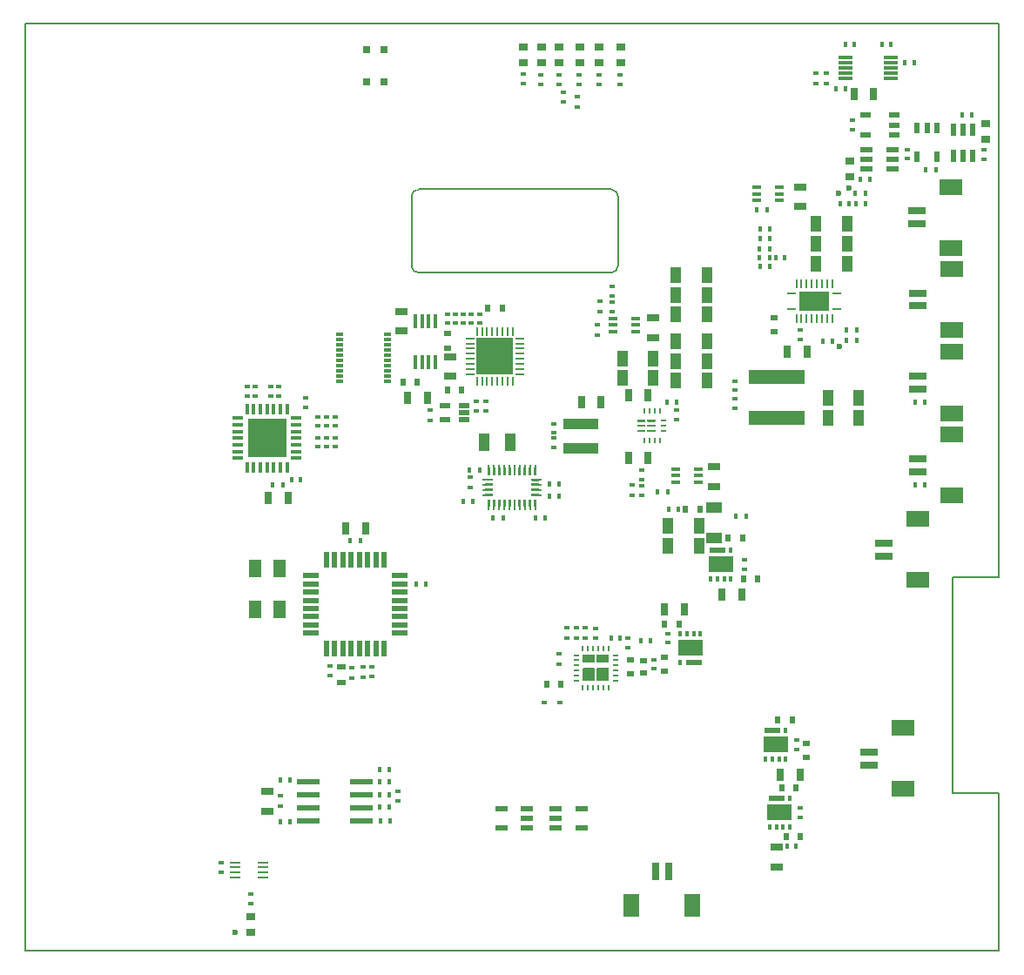
<source format=gtp>
G04*
G04 #@! TF.GenerationSoftware,Altium Limited,Altium Designer,18.1.9 (240)*
G04*
G04 Layer_Color=8421504*
%FSLAX44Y44*%
%MOMM*%
G71*
G01*
G75*
%ADD16C,0.1520*%
%ADD21R,1.0000X1.6000*%
%ADD22R,0.8000X1.3000*%
%ADD23R,1.1112X0.2540*%
%ADD24R,1.6000X1.0000*%
%ADD25R,0.4500X0.6000*%
%ADD26R,0.4000X0.6000*%
%ADD27R,0.6000X0.8000*%
%ADD28R,1.3000X0.8000*%
%ADD29R,0.3000X0.6000*%
%ADD30R,1.6000X0.6000*%
%ADD31R,2.4000X1.6000*%
%ADD32R,0.6000X0.4000*%
%ADD33R,0.7000X1.8000*%
%ADD34R,1.6000X2.2000*%
%ADD35R,0.2600X0.9000*%
%ADD36R,0.9000X0.2600*%
%ADD37R,2.9500X1.9500*%
%ADD38C,0.6000*%
%ADD39R,0.8000X0.5500*%
%ADD40R,0.8000X0.6000*%
%ADD41R,0.6000X0.4500*%
%ADD42R,1.1000X0.6000*%
%ADD43R,0.5032X0.3556*%
%ADD44R,0.7500X0.7000*%
%ADD45R,1.0400X0.3300*%
%ADD46R,0.3300X1.0400*%
%ADD47R,3.7000X3.7000*%
%ADD48R,0.9000X0.5000*%
%ADD49R,2.2000X0.6000*%
%ADD50R,5.5000X1.4300*%
%ADD51R,0.7000X1.3000*%
%ADD52R,0.9000X0.7000*%
%ADD53R,1.2700X0.5588*%
%ADD54R,1.4500X0.3000*%
%ADD55R,0.6000X1.1000*%
%ADD56R,0.5588X1.2700*%
%ADD57R,1.3000X0.7000*%
%ADD58R,0.8400X0.2600*%
%ADD59R,0.2600X0.8400*%
%ADD60R,3.6000X3.6000*%
%ADD61R,0.4500X1.3500*%
%ADD62R,1.0000X0.4700*%
%ADD63R,1.0000X0.2500*%
%ADD64R,0.2500X1.0000*%
%ADD65R,3.4000X0.9800*%
%ADD66R,0.7000X0.3000*%
%ADD67R,1.8000X0.7000*%
%ADD68R,2.2000X1.6000*%
%ADD69R,1.2200X0.6000*%
%ADD70R,1.2000X1.8000*%
%ADD71R,1.5000X0.5500*%
%ADD72R,0.5500X1.5000*%
%ADD73R,1.0000X1.8000*%
%ADD74R,0.8500X0.3500*%
%ADD75R,0.2400X0.6000*%
%ADD76R,0.6000X0.2400*%
%ADD77R,0.2400X0.5750*%
%ADD78R,0.5750X0.2400*%
G36*
X777336Y625546D02*
X759693D01*
Y637438D01*
X777336D01*
Y625546D01*
D02*
G37*
G36*
X472445Y580712D02*
X459020D01*
Y594108D01*
X472445D01*
Y580712D01*
D02*
G37*
G36*
X454419Y580710D02*
X441020D01*
Y594108D01*
X454419D01*
Y580710D01*
D02*
G37*
G36*
X454417Y562687D02*
X441020D01*
Y576108D01*
X454417D01*
Y562687D01*
D02*
G37*
G36*
X472450Y562678D02*
X459020D01*
Y576108D01*
X472450D01*
Y562678D01*
D02*
G37*
G36*
X612453Y516876D02*
X612546Y516848D01*
X612631Y516802D01*
X612706Y516740D01*
X612768Y516665D01*
X612813Y516580D01*
X612842Y516487D01*
X612851Y516390D01*
Y515180D01*
X612842Y515084D01*
X612813Y514991D01*
X612768Y514905D01*
X612706Y514830D01*
X612631Y514769D01*
X612546Y514723D01*
X612453Y514695D01*
X612356Y514685D01*
X605396D01*
X605300Y514695D01*
X605207Y514723D01*
X605121Y514769D01*
X605046Y514830D01*
X604985Y514905D01*
X604939Y514991D01*
X604911Y515084D01*
X604901Y515180D01*
Y516390D01*
X604911Y516487D01*
X604939Y516580D01*
X604985Y516665D01*
X605046Y516740D01*
X605121Y516802D01*
X605207Y516848D01*
X605300Y516876D01*
X605396Y516885D01*
X612356D01*
X612453Y516876D01*
D02*
G37*
G36*
X602503D02*
X602596Y516848D01*
X602681Y516802D01*
X602756Y516740D01*
X602818Y516665D01*
X602864Y516580D01*
X602892Y516487D01*
X602901Y516390D01*
Y515180D01*
X602892Y515084D01*
X602864Y514991D01*
X602818Y514905D01*
X602756Y514830D01*
X602681Y514769D01*
X602596Y514723D01*
X602503Y514695D01*
X602406Y514685D01*
X595446D01*
X595350Y514695D01*
X595257Y514723D01*
X595171Y514769D01*
X595096Y514830D01*
X595035Y514905D01*
X594989Y514991D01*
X594961Y515084D01*
X594951Y515180D01*
Y516390D01*
X594961Y516487D01*
X594989Y516580D01*
X595035Y516665D01*
X595096Y516740D01*
X595171Y516802D01*
X595257Y516848D01*
X595350Y516876D01*
X595446Y516885D01*
X602406D01*
X602503Y516876D01*
D02*
G37*
G36*
X612445Y512076D02*
X612540Y512047D01*
X612627Y512000D01*
X612704Y511938D01*
X612766Y511861D01*
X612813Y511774D01*
X612841Y511680D01*
X612851Y511581D01*
Y510189D01*
X612841Y510091D01*
X612813Y509996D01*
X612766Y509909D01*
X612704Y509833D01*
X612627Y509770D01*
X612540Y509724D01*
X612445Y509695D01*
X612347Y509685D01*
X605405D01*
X605307Y509695D01*
X605212Y509724D01*
X605125Y509770D01*
X605049Y509833D01*
X604986Y509909D01*
X604939Y509996D01*
X604911Y510091D01*
X604901Y510189D01*
Y511581D01*
X604911Y511680D01*
X604939Y511774D01*
X604986Y511861D01*
X605049Y511938D01*
X605125Y512000D01*
X605212Y512047D01*
X605307Y512076D01*
X605405Y512085D01*
X612347D01*
X612445Y512076D01*
D02*
G37*
G36*
X602495D02*
X602590Y512047D01*
X602677Y512000D01*
X602753Y511938D01*
X602816Y511861D01*
X602863Y511774D01*
X602892Y511680D01*
X602901Y511581D01*
Y510189D01*
X602892Y510091D01*
X602863Y509996D01*
X602816Y509909D01*
X602753Y509833D01*
X602677Y509770D01*
X602590Y509724D01*
X602495Y509695D01*
X602397Y509685D01*
X595455D01*
X595357Y509695D01*
X595262Y509724D01*
X595175Y509770D01*
X595099Y509833D01*
X595036Y509909D01*
X594990Y509996D01*
X594961Y510091D01*
X594951Y510189D01*
Y511581D01*
X594961Y511680D01*
X594990Y511774D01*
X595036Y511861D01*
X595099Y511938D01*
X595175Y512000D01*
X595262Y512047D01*
X595357Y512076D01*
X595455Y512085D01*
X602397D01*
X602495Y512076D01*
D02*
G37*
G36*
X612453Y507076D02*
X612546Y507048D01*
X612631Y507002D01*
X612706Y506940D01*
X612768Y506865D01*
X612813Y506780D01*
X612842Y506687D01*
X612851Y506590D01*
Y505380D01*
X612842Y505284D01*
X612813Y505191D01*
X612768Y505105D01*
X612706Y505030D01*
X612631Y504969D01*
X612546Y504923D01*
X612453Y504895D01*
X612356Y504885D01*
X605396D01*
X605300Y504895D01*
X605207Y504923D01*
X605121Y504969D01*
X605046Y505030D01*
X604985Y505105D01*
X604939Y505191D01*
X604911Y505284D01*
X604901Y505380D01*
Y506590D01*
X604911Y506687D01*
X604939Y506780D01*
X604985Y506865D01*
X605046Y506940D01*
X605121Y507002D01*
X605207Y507048D01*
X605300Y507076D01*
X605396Y507085D01*
X612356D01*
X612453Y507076D01*
D02*
G37*
G36*
X602503D02*
X602596Y507048D01*
X602681Y507002D01*
X602756Y506940D01*
X602818Y506865D01*
X602864Y506780D01*
X602892Y506687D01*
X602901Y506590D01*
Y505380D01*
X602892Y505284D01*
X602864Y505191D01*
X602818Y505105D01*
X602756Y505030D01*
X602681Y504969D01*
X602596Y504923D01*
X602503Y504895D01*
X602406Y504885D01*
X595446D01*
X595350Y504895D01*
X595257Y504923D01*
X595171Y504969D01*
X595096Y505030D01*
X595035Y505105D01*
X594989Y505191D01*
X594961Y505284D01*
X594951Y505380D01*
Y506590D01*
X594961Y506687D01*
X594989Y506780D01*
X595035Y506865D01*
X595096Y506940D01*
X595171Y507002D01*
X595257Y507048D01*
X595350Y507076D01*
X595446Y507085D01*
X602406D01*
X602503Y507076D01*
D02*
G37*
G36*
X251259Y482555D02*
X223400D01*
Y510414D01*
X251259D01*
Y482555D01*
D02*
G37*
G36*
X457127Y462920D02*
X454654D01*
Y469900D01*
X457127D01*
Y462920D01*
D02*
G37*
G36*
X497193Y462920D02*
X494654D01*
Y469900D01*
X497193D01*
Y462920D01*
D02*
G37*
G36*
X467146Y462916D02*
X464654D01*
Y469900D01*
X467146D01*
Y462916D01*
D02*
G37*
G36*
X472153Y462907D02*
X469654D01*
Y469900D01*
X472153D01*
Y462907D01*
D02*
G37*
G36*
X477156Y462905D02*
X474654D01*
Y469900D01*
X477156D01*
Y462905D01*
D02*
G37*
G36*
X492162Y462905D02*
X489654D01*
Y469900D01*
X492162D01*
Y462905D01*
D02*
G37*
G36*
X487159Y462904D02*
X484654D01*
Y469900D01*
X487159D01*
Y462904D01*
D02*
G37*
G36*
X462150Y462904D02*
X459654D01*
Y469900D01*
X462150D01*
Y462904D01*
D02*
G37*
G36*
X482156Y462903D02*
X479654D01*
Y469900D01*
X482156D01*
Y462903D01*
D02*
G37*
G36*
X452149Y462903D02*
X449654D01*
Y469900D01*
X452149D01*
Y462903D01*
D02*
G37*
G36*
X454381Y457173D02*
X447388D01*
Y459635D01*
X454381D01*
Y457173D01*
D02*
G37*
G36*
X499421Y457133D02*
X492428D01*
Y459674D01*
X499421D01*
Y457133D01*
D02*
G37*
G36*
X454399Y452155D02*
X447399D01*
Y454645D01*
X454399D01*
Y452155D01*
D02*
G37*
G36*
X499406Y452148D02*
X492405D01*
Y454651D01*
X499406D01*
Y452148D01*
D02*
G37*
G36*
X454400Y447154D02*
X447397D01*
Y449643D01*
X454400D01*
Y447154D01*
D02*
G37*
G36*
X499422Y447132D02*
X492415D01*
Y449661D01*
X499422D01*
Y447132D01*
D02*
G37*
G36*
X454403Y442151D02*
X447402D01*
Y444648D01*
X454403D01*
Y442151D01*
D02*
G37*
G36*
X499410Y442144D02*
X492406D01*
Y444652D01*
X499410D01*
Y442144D01*
D02*
G37*
G36*
X462148Y431889D02*
X459654D01*
Y438900D01*
X462148D01*
Y431889D01*
D02*
G37*
G36*
X497170Y431887D02*
X494654D01*
Y438900D01*
X497170D01*
Y431887D01*
D02*
G37*
G36*
X492171Y431883D02*
X489654D01*
Y438900D01*
X492171D01*
Y431883D01*
D02*
G37*
G36*
X467148Y431883D02*
X464654D01*
Y438900D01*
X467148D01*
Y431883D01*
D02*
G37*
G36*
X487168Y431881D02*
X484654D01*
Y438900D01*
X487168D01*
Y431881D01*
D02*
G37*
G36*
X457137D02*
X454654D01*
Y438900D01*
X457137D01*
Y431881D01*
D02*
G37*
G36*
X452129Y431878D02*
X449654D01*
Y438900D01*
X452129D01*
Y431878D01*
D02*
G37*
G36*
X472152Y431869D02*
X469654D01*
Y438900D01*
X472152D01*
Y431869D01*
D02*
G37*
G36*
X477161Y431867D02*
X474654D01*
Y438900D01*
X477161D01*
Y431867D01*
D02*
G37*
G36*
X482171Y431863D02*
X479654D01*
Y438900D01*
X482171D01*
Y431863D01*
D02*
G37*
G36*
X688125Y368567D02*
X677520D01*
Y383270D01*
X688125D01*
Y368567D01*
D02*
G37*
G36*
X675519Y368563D02*
X664920D01*
Y383270D01*
X675519D01*
Y368563D01*
D02*
G37*
G36*
X658284Y287334D02*
X647685D01*
Y302041D01*
X658284D01*
Y287334D01*
D02*
G37*
G36*
X645684D02*
X635079D01*
Y302037D01*
X645684D01*
Y287334D01*
D02*
G37*
G36*
X567744Y287853D02*
Y281253D01*
X567244Y280753D01*
X556364D01*
X555864Y281253D01*
Y287853D01*
X556364Y288353D01*
X567244D01*
X567744Y287853D01*
D02*
G37*
G36*
X553864D02*
Y281253D01*
X553364Y280753D01*
X542484D01*
X541984Y281253D01*
Y287853D01*
X542484Y288353D01*
X553364D01*
X553864Y287853D01*
D02*
G37*
G36*
X567744Y275053D02*
Y263053D01*
X567244Y262553D01*
X556364D01*
X555864Y263053D01*
Y275053D01*
X556364Y275553D01*
X567244D01*
X567744Y275053D01*
D02*
G37*
G36*
X553864D02*
Y263053D01*
X553364Y262553D01*
X542484D01*
X541984Y263053D01*
Y275053D01*
X542484Y275553D01*
X553364D01*
X553864Y275053D01*
D02*
G37*
G36*
X741268Y193488D02*
X730663D01*
Y208192D01*
X741268D01*
Y193488D01*
D02*
G37*
G36*
X728661Y193484D02*
X718063D01*
Y208192D01*
X728661D01*
Y193484D01*
D02*
G37*
G36*
X745195Y127267D02*
X734590D01*
Y141970D01*
X745195D01*
Y127267D01*
D02*
G37*
G36*
X732589Y127263D02*
X721990D01*
Y141970D01*
X732589D01*
Y127263D01*
D02*
G37*
D16*
X576580Y733724D02*
G03*
X569484Y740820I-7096J0D01*
G01*
X382680Y740820D02*
G03*
X375604Y733744I-0J-7076D01*
G01*
X375604Y666558D02*
G03*
X382642Y659520I7038J0D01*
G01*
X569299Y659520D02*
G03*
X576580Y666801I0J7281D01*
G01*
X382680Y740820D02*
X569484Y740820D01*
X375604Y733744D02*
X375604Y666558D01*
X382642Y659520D02*
X569299Y659520D01*
X576580Y666801D02*
X576580Y733724D01*
X946658Y363220D02*
Y901700D01*
X0D02*
X946658D01*
X0Y0D02*
Y901700D01*
Y0D02*
X946658D01*
Y153670D01*
X901700D02*
X946658D01*
X901700D02*
Y363220D01*
X946658D01*
D21*
X655080Y394138D02*
D03*
X625080D02*
D03*
X655080Y413258D02*
D03*
X625080D02*
D03*
X662616Y657338D02*
D03*
X632616D02*
D03*
X662616Y638275D02*
D03*
X632616D02*
D03*
X662616Y619212D02*
D03*
X632616D02*
D03*
X580630Y576250D02*
D03*
X610630D02*
D03*
X580630Y557700D02*
D03*
X610630D02*
D03*
X799133Y687914D02*
D03*
X769133D02*
D03*
X799133Y668169D02*
D03*
X769133D02*
D03*
X799133Y707659D02*
D03*
X769133D02*
D03*
X632616Y592813D02*
D03*
X662616D02*
D03*
X632616Y573750D02*
D03*
X662616D02*
D03*
X632616Y554687D02*
D03*
X662616D02*
D03*
X780465Y518411D02*
D03*
X810465D02*
D03*
X780465Y538168D02*
D03*
X810465D02*
D03*
D22*
X824840Y833120D02*
D03*
X805840D02*
D03*
X372046Y538374D02*
D03*
X391046D02*
D03*
X236359Y440704D02*
D03*
X255359D02*
D03*
X605751Y540690D02*
D03*
X586751D02*
D03*
X330748Y410718D02*
D03*
X311748D02*
D03*
X734472Y171744D02*
D03*
X753472D02*
D03*
X605751Y479730D02*
D03*
X586751D02*
D03*
X677824Y347050D02*
D03*
X696824D02*
D03*
X640944Y332204D02*
D03*
X621944D02*
D03*
D23*
X230924Y71240D02*
D03*
Y76240D02*
D03*
Y81240D02*
D03*
Y86240D02*
D03*
X203924D02*
D03*
Y81240D02*
D03*
Y76240D02*
D03*
Y71240D02*
D03*
D24*
X669828Y401560D02*
D03*
Y431560D02*
D03*
D25*
X690894Y422640D02*
D03*
X700894D02*
D03*
X240446Y453404D02*
D03*
X250446D02*
D03*
X798553Y604187D02*
D03*
X808553D02*
D03*
X798553Y594027D02*
D03*
X808553D02*
D03*
X785360Y593217D02*
D03*
X775360D02*
D03*
X797994Y838200D02*
D03*
X787994D02*
D03*
X614760Y446859D02*
D03*
X624760D02*
D03*
X721304Y720700D02*
D03*
X711304D02*
D03*
X316248Y398780D02*
D03*
X326248D02*
D03*
X875444Y759460D02*
D03*
X885444D02*
D03*
X431880Y467900D02*
D03*
X441880D02*
D03*
X454804Y421000D02*
D03*
X464804D02*
D03*
X807137Y736600D02*
D03*
X817137D02*
D03*
X713633Y674208D02*
D03*
X723633D02*
D03*
X713633Y682797D02*
D03*
X723633D02*
D03*
D26*
X625968Y429260D02*
D03*
X634968D02*
D03*
X740784Y101600D02*
D03*
X749784D02*
D03*
X821440Y750206D02*
D03*
X812440D02*
D03*
X797244Y881700D02*
D03*
X806244D02*
D03*
X258950Y458400D02*
D03*
X267950D02*
D03*
X380248Y357104D02*
D03*
X389248D02*
D03*
X354034Y176144D02*
D03*
X345034D02*
D03*
Y164714D02*
D03*
X354034D02*
D03*
Y152014D02*
D03*
X345034D02*
D03*
X354044Y139834D02*
D03*
X345044D02*
D03*
X345614Y126614D02*
D03*
X354614D02*
D03*
X257514Y165984D02*
D03*
X248514D02*
D03*
X257514Y125344D02*
D03*
X248514D02*
D03*
X841804Y881700D02*
D03*
X832804D02*
D03*
X864544Y863600D02*
D03*
X855544D02*
D03*
X911424Y812800D02*
D03*
X920424D02*
D03*
X510104Y454277D02*
D03*
X519104D02*
D03*
X569489Y304264D02*
D03*
X578489D02*
D03*
X608004Y301724D02*
D03*
X599004D02*
D03*
X865704Y453400D02*
D03*
X874704D02*
D03*
X865704Y533400D02*
D03*
X874704D02*
D03*
X426284Y436880D02*
D03*
X435284D02*
D03*
X505354Y421000D02*
D03*
X496354D02*
D03*
X519104Y441960D02*
D03*
X510104D02*
D03*
X807940Y726440D02*
D03*
X816940D02*
D03*
X723883Y693237D02*
D03*
X714883D02*
D03*
X723883Y665619D02*
D03*
X714883D02*
D03*
X738630Y674208D02*
D03*
X729630D02*
D03*
X792397Y726440D02*
D03*
X801397D02*
D03*
X723883Y701826D02*
D03*
X714883D02*
D03*
X624404Y533400D02*
D03*
X633404D02*
D03*
D27*
X642030Y429260D02*
D03*
X656030D02*
D03*
X753876Y110980D02*
D03*
X739876D02*
D03*
X749456Y158280D02*
D03*
X735456D02*
D03*
X712371Y361920D02*
D03*
X698371D02*
D03*
X449720Y625280D02*
D03*
X463720D02*
D03*
X367334Y553324D02*
D03*
X381334D02*
D03*
X424514Y545778D02*
D03*
X410514D02*
D03*
X745972Y225084D02*
D03*
X731972D02*
D03*
X697399Y401320D02*
D03*
X683399D02*
D03*
X621904Y318044D02*
D03*
X635904D02*
D03*
X506884Y259708D02*
D03*
X520884D02*
D03*
D28*
X730340Y100940D02*
D03*
Y81940D02*
D03*
X235234Y136164D02*
D03*
Y155164D02*
D03*
X365500Y622148D02*
D03*
Y603148D02*
D03*
X413330Y558748D02*
D03*
Y577748D02*
D03*
D29*
X723840Y120620D02*
D03*
X730340D02*
D03*
X736840D02*
D03*
X743340D02*
D03*
Y148620D02*
D03*
X719912Y186842D02*
D03*
X726413D02*
D03*
X732913D02*
D03*
X739413D02*
D03*
Y214841D02*
D03*
X666770Y361920D02*
D03*
X673270D02*
D03*
X679770D02*
D03*
X686270D02*
D03*
Y389920D02*
D03*
X656434Y308684D02*
D03*
X649934D02*
D03*
X643434D02*
D03*
X636934D02*
D03*
Y280684D02*
D03*
D30*
X730340Y148620D02*
D03*
X726413Y214841D02*
D03*
X673270Y389920D02*
D03*
X649934Y280684D02*
D03*
D31*
X733590Y134620D02*
D03*
X729662Y200842D02*
D03*
X676520Y375920D02*
D03*
X646684Y294684D02*
D03*
D32*
X753876Y138920D02*
D03*
Y129920D02*
D03*
X699304Y380620D02*
D03*
Y371620D02*
D03*
X301390Y519664D02*
D03*
Y510664D02*
D03*
X272978Y528660D02*
D03*
Y537660D02*
D03*
X215908Y548699D02*
D03*
Y539699D02*
D03*
X223528Y548699D02*
D03*
Y539699D02*
D03*
X239060Y548699D02*
D03*
Y539699D02*
D03*
X246680Y548699D02*
D03*
Y539699D02*
D03*
X292958Y510704D02*
D03*
Y519704D02*
D03*
X284814Y510744D02*
D03*
Y519744D02*
D03*
X292958Y490383D02*
D03*
Y499383D02*
D03*
X284814Y490384D02*
D03*
Y499384D02*
D03*
X301390Y490344D02*
D03*
Y499344D02*
D03*
X296198Y267864D02*
D03*
Y276864D02*
D03*
X337378Y267264D02*
D03*
Y276264D02*
D03*
X690270Y554379D02*
D03*
Y545379D02*
D03*
Y537179D02*
D03*
Y528179D02*
D03*
X753910Y594628D02*
D03*
Y603628D02*
D03*
X518832Y851973D02*
D03*
Y842973D02*
D03*
X501527Y851973D02*
D03*
Y842973D02*
D03*
X484509Y852973D02*
D03*
Y843973D02*
D03*
X538443Y851973D02*
D03*
Y842973D02*
D03*
X557780Y851973D02*
D03*
Y842973D02*
D03*
X578595Y851973D02*
D03*
Y842973D02*
D03*
X523403Y835080D02*
D03*
Y826080D02*
D03*
X857504Y779460D02*
D03*
Y770460D02*
D03*
X932180Y770300D02*
D03*
Y779300D02*
D03*
X513649Y512871D02*
D03*
Y503871D02*
D03*
Y498700D02*
D03*
Y489700D02*
D03*
X438904Y525499D02*
D03*
Y534499D02*
D03*
X441706Y610590D02*
D03*
Y619590D02*
D03*
X433832D02*
D03*
Y610590D02*
D03*
X426281Y619590D02*
D03*
Y610590D02*
D03*
X418473Y619590D02*
D03*
Y610590D02*
D03*
X410464Y619590D02*
D03*
Y610590D02*
D03*
X624654Y299734D02*
D03*
Y308734D02*
D03*
X750093Y196341D02*
D03*
Y205341D02*
D03*
X554864Y304234D02*
D03*
Y313234D02*
D03*
X611767Y274364D02*
D03*
Y283364D02*
D03*
X570484Y630876D02*
D03*
Y621876D02*
D03*
X633730Y525728D02*
D03*
Y516728D02*
D03*
X570484Y645950D02*
D03*
Y636950D02*
D03*
X599484Y452302D02*
D03*
Y443302D02*
D03*
X599520Y467536D02*
D03*
Y458536D02*
D03*
X190500Y85740D02*
D03*
Y76740D02*
D03*
X219649Y55400D02*
D03*
Y46400D02*
D03*
D33*
X613030Y77380D02*
D03*
X625530D02*
D03*
D34*
X589530Y44380D02*
D03*
X649030D02*
D03*
D35*
X784863Y615418D02*
D03*
X749863Y649118D02*
D03*
Y615418D02*
D03*
X754863D02*
D03*
X759863D02*
D03*
X764863D02*
D03*
X769863D02*
D03*
X774863D02*
D03*
X779863D02*
D03*
X784863Y649118D02*
D03*
X779863D02*
D03*
X774863D02*
D03*
X769863D02*
D03*
X764863D02*
D03*
X759863D02*
D03*
X754863D02*
D03*
D36*
X789212Y624768D02*
D03*
X745513Y639768D02*
D03*
Y624768D02*
D03*
X789212Y639768D02*
D03*
D37*
X767363Y632268D02*
D03*
D38*
X791000Y736900D02*
D03*
X801060Y742380D02*
D03*
X791708Y587714D02*
D03*
X203924Y18000D02*
D03*
D39*
X600964Y282574D02*
D03*
Y270074D02*
D03*
D40*
X728252Y616288D02*
D03*
Y602288D02*
D03*
X410972Y600598D02*
D03*
Y586598D02*
D03*
X759613Y202104D02*
D03*
Y188104D02*
D03*
X621284Y285868D02*
D03*
Y271868D02*
D03*
X588264Y283324D02*
D03*
Y269324D02*
D03*
D41*
X804164Y798373D02*
D03*
Y808373D02*
D03*
X328508Y276124D02*
D03*
Y266124D02*
D03*
X317782Y275564D02*
D03*
Y265564D02*
D03*
X362844Y145664D02*
D03*
Y155664D02*
D03*
X247904Y140724D02*
D03*
Y150724D02*
D03*
X779034Y853758D02*
D03*
Y843758D02*
D03*
X768874Y853758D02*
D03*
Y843758D02*
D03*
X537188Y820983D02*
D03*
Y830983D02*
D03*
X556260Y598981D02*
D03*
Y608981D02*
D03*
X448048Y534999D02*
D03*
Y524999D02*
D03*
X393768Y515828D02*
D03*
Y525828D02*
D03*
X518964Y288944D02*
D03*
Y278944D02*
D03*
X585724Y304734D02*
D03*
Y294734D02*
D03*
X526570Y314344D02*
D03*
Y304344D02*
D03*
X535739Y314344D02*
D03*
Y304344D02*
D03*
X544364Y314344D02*
D03*
Y304344D02*
D03*
X432364Y460780D02*
D03*
Y450780D02*
D03*
X559054Y622126D02*
D03*
Y632126D02*
D03*
X590098Y443552D02*
D03*
Y453552D02*
D03*
D42*
X816940Y793873D02*
D03*
Y812873D02*
D03*
X844940D02*
D03*
Y803373D02*
D03*
Y793873D02*
D03*
D43*
X519581Y241272D02*
D03*
X504547D02*
D03*
D44*
X348728Y877060D02*
D03*
Y845060D02*
D03*
X332228D02*
D03*
Y877060D02*
D03*
D45*
X263450Y479214D02*
D03*
Y485714D02*
D03*
Y492214D02*
D03*
Y498714D02*
D03*
Y505214D02*
D03*
Y511714D02*
D03*
Y518214D02*
D03*
X206750D02*
D03*
Y511714D02*
D03*
Y505214D02*
D03*
Y498714D02*
D03*
Y492214D02*
D03*
Y485714D02*
D03*
Y479214D02*
D03*
D46*
X215600Y470364D02*
D03*
X222100D02*
D03*
X228600D02*
D03*
X235100D02*
D03*
X241600D02*
D03*
X248100D02*
D03*
X254600D02*
D03*
Y527064D02*
D03*
X248100D02*
D03*
X241600D02*
D03*
X235100D02*
D03*
X228600D02*
D03*
X222100D02*
D03*
X215600D02*
D03*
D47*
X235100Y498714D02*
D03*
D48*
X307238Y261184D02*
D03*
Y276184D02*
D03*
D49*
X275274Y152014D02*
D03*
X327274D02*
D03*
X275274Y164714D02*
D03*
Y139314D02*
D03*
Y126614D02*
D03*
X327274Y164714D02*
D03*
Y139314D02*
D03*
Y126614D02*
D03*
D50*
X730504Y518280D02*
D03*
Y558680D02*
D03*
D51*
X741324Y582510D02*
D03*
X760324D02*
D03*
X541089Y533451D02*
D03*
X560089D02*
D03*
D52*
X538998Y864163D02*
D03*
Y879163D02*
D03*
X519489Y864163D02*
D03*
Y879163D02*
D03*
X502285Y864163D02*
D03*
Y879163D02*
D03*
X484761Y864163D02*
D03*
Y879163D02*
D03*
X558233Y864163D02*
D03*
Y879163D02*
D03*
X578947Y864163D02*
D03*
Y879163D02*
D03*
X933704Y789730D02*
D03*
Y804730D02*
D03*
X219649Y33000D02*
D03*
Y18000D02*
D03*
X801853Y768446D02*
D03*
Y753446D02*
D03*
D53*
X817790Y760795D02*
D03*
Y770193D02*
D03*
Y779591D02*
D03*
X843698D02*
D03*
Y770193D02*
D03*
Y760795D02*
D03*
D54*
X841994Y848758D02*
D03*
Y853758D02*
D03*
Y858758D02*
D03*
Y863758D02*
D03*
Y868758D02*
D03*
X797994Y848758D02*
D03*
Y853758D02*
D03*
Y858758D02*
D03*
Y863758D02*
D03*
Y868758D02*
D03*
D55*
X886444Y772216D02*
D03*
X867444D02*
D03*
Y800216D02*
D03*
X876944D02*
D03*
X886444D02*
D03*
D56*
X921242Y773066D02*
D03*
X911844D02*
D03*
X902446D02*
D03*
Y798974D02*
D03*
X911844D02*
D03*
X921242D02*
D03*
D57*
X610713Y596675D02*
D03*
Y615675D02*
D03*
X753910Y724248D02*
D03*
Y743248D02*
D03*
X669828Y451904D02*
D03*
Y470904D02*
D03*
D58*
X481070Y560908D02*
D03*
Y565908D02*
D03*
Y570908D02*
D03*
Y575908D02*
D03*
Y580908D02*
D03*
Y585908D02*
D03*
Y590908D02*
D03*
Y595908D02*
D03*
X432370D02*
D03*
Y590908D02*
D03*
Y585908D02*
D03*
Y580908D02*
D03*
Y575908D02*
D03*
Y570908D02*
D03*
Y565908D02*
D03*
Y560908D02*
D03*
D59*
X439220Y554058D02*
D03*
X444220D02*
D03*
X449220D02*
D03*
X454220D02*
D03*
X459220D02*
D03*
X464220D02*
D03*
X469220D02*
D03*
X474220D02*
D03*
Y602758D02*
D03*
X469220D02*
D03*
X464220D02*
D03*
X459220D02*
D03*
X454220D02*
D03*
X449220D02*
D03*
X444220D02*
D03*
X439220D02*
D03*
D60*
X456720Y578408D02*
D03*
D61*
X379500Y572640D02*
D03*
X386000D02*
D03*
X392500D02*
D03*
X399000D02*
D03*
X379500Y612140D02*
D03*
X386000D02*
D03*
X392500D02*
D03*
X399000D02*
D03*
D62*
X426572Y517200D02*
D03*
Y530200D02*
D03*
X408572Y517200D02*
D03*
Y530200D02*
D03*
X426572Y523700D02*
D03*
D63*
X497404Y458400D02*
D03*
Y453400D02*
D03*
Y448400D02*
D03*
Y443400D02*
D03*
X449404Y458400D02*
D03*
Y453400D02*
D03*
Y448400D02*
D03*
Y443400D02*
D03*
D64*
X450904Y433900D02*
D03*
X455904D02*
D03*
X460904D02*
D03*
X465904D02*
D03*
X470904D02*
D03*
X475904D02*
D03*
X480904D02*
D03*
X485904D02*
D03*
X490904D02*
D03*
X495904D02*
D03*
Y467900D02*
D03*
X490904D02*
D03*
X485904D02*
D03*
X480904D02*
D03*
X475904D02*
D03*
X470904D02*
D03*
X465904D02*
D03*
X460904D02*
D03*
X455904D02*
D03*
X450904D02*
D03*
D65*
X540428Y512593D02*
D03*
Y488893D02*
D03*
D66*
X351900Y599400D02*
D03*
X305900D02*
D03*
X351900Y594400D02*
D03*
X305900D02*
D03*
X351900Y589400D02*
D03*
X305900D02*
D03*
X351900Y584400D02*
D03*
X305900D02*
D03*
X351900Y579400D02*
D03*
X305900D02*
D03*
X351900Y574400D02*
D03*
X305900D02*
D03*
X351900Y569400D02*
D03*
X305900D02*
D03*
X351900Y564400D02*
D03*
X305900D02*
D03*
X351900Y559400D02*
D03*
X305900D02*
D03*
X351900Y554400D02*
D03*
X305900D02*
D03*
D67*
X867340Y707248D02*
D03*
Y719748D02*
D03*
X868070Y627481D02*
D03*
Y639981D02*
D03*
Y559011D02*
D03*
Y546511D02*
D03*
Y478766D02*
D03*
Y466266D02*
D03*
X834984Y396680D02*
D03*
Y384180D02*
D03*
X820440Y193480D02*
D03*
Y180980D02*
D03*
D68*
X900340Y683748D02*
D03*
Y743248D02*
D03*
X901070Y603981D02*
D03*
Y663481D02*
D03*
Y582510D02*
D03*
Y523011D02*
D03*
Y502266D02*
D03*
Y442766D02*
D03*
X867984Y420180D02*
D03*
Y360680D02*
D03*
X853440Y216980D02*
D03*
Y157480D02*
D03*
D69*
X462849Y119736D02*
D03*
Y138736D02*
D03*
X487749D02*
D03*
Y129236D02*
D03*
Y119736D02*
D03*
X540770Y138720D02*
D03*
Y119720D02*
D03*
X515870D02*
D03*
Y129220D02*
D03*
Y138720D02*
D03*
D70*
X247228Y372344D02*
D03*
Y332344D02*
D03*
X223228D02*
D03*
Y372344D02*
D03*
D71*
X364068Y365104D02*
D03*
Y357104D02*
D03*
Y349104D02*
D03*
Y341104D02*
D03*
Y333104D02*
D03*
Y325104D02*
D03*
Y317104D02*
D03*
Y309104D02*
D03*
X278068D02*
D03*
Y317104D02*
D03*
Y325104D02*
D03*
Y333104D02*
D03*
Y341104D02*
D03*
Y349104D02*
D03*
Y357104D02*
D03*
Y365104D02*
D03*
D72*
X349068Y294104D02*
D03*
X341068D02*
D03*
X333068D02*
D03*
X325068D02*
D03*
X317068D02*
D03*
X309068D02*
D03*
X301068D02*
D03*
X293068D02*
D03*
Y380104D02*
D03*
X301068D02*
D03*
X309068D02*
D03*
X317068D02*
D03*
X325068D02*
D03*
X333068D02*
D03*
X341068D02*
D03*
X349068D02*
D03*
D73*
X471678Y495050D02*
D03*
X446678D02*
D03*
D74*
X571255Y615374D02*
D03*
Y608875D02*
D03*
Y602374D02*
D03*
X593255D02*
D03*
Y608875D02*
D03*
Y615374D02*
D03*
X632434Y468780D02*
D03*
Y462280D02*
D03*
Y455780D02*
D03*
X654434D02*
D03*
Y462280D02*
D03*
Y468780D02*
D03*
X711590Y742788D02*
D03*
Y736288D02*
D03*
Y729788D02*
D03*
X733590D02*
D03*
Y736288D02*
D03*
Y742788D02*
D03*
D75*
X601951Y524885D02*
D03*
X606951D02*
D03*
X611951D02*
D03*
X616951D02*
D03*
Y496885D02*
D03*
X611951D02*
D03*
X606951D02*
D03*
X601951D02*
D03*
D76*
X620951Y515885D02*
D03*
Y510885D02*
D03*
Y505885D02*
D03*
D77*
X567364Y256178D02*
D03*
X562364D02*
D03*
X557364D02*
D03*
X552364D02*
D03*
X547364D02*
D03*
X542364D02*
D03*
Y294428D02*
D03*
X547364D02*
D03*
X552364D02*
D03*
X557364D02*
D03*
X562364D02*
D03*
X567364D02*
D03*
D78*
X535739Y262803D02*
D03*
Y267803D02*
D03*
Y272803D02*
D03*
Y277803D02*
D03*
Y282803D02*
D03*
Y287803D02*
D03*
X573989D02*
D03*
Y282803D02*
D03*
Y277803D02*
D03*
Y272803D02*
D03*
Y267803D02*
D03*
Y262803D02*
D03*
M02*

</source>
